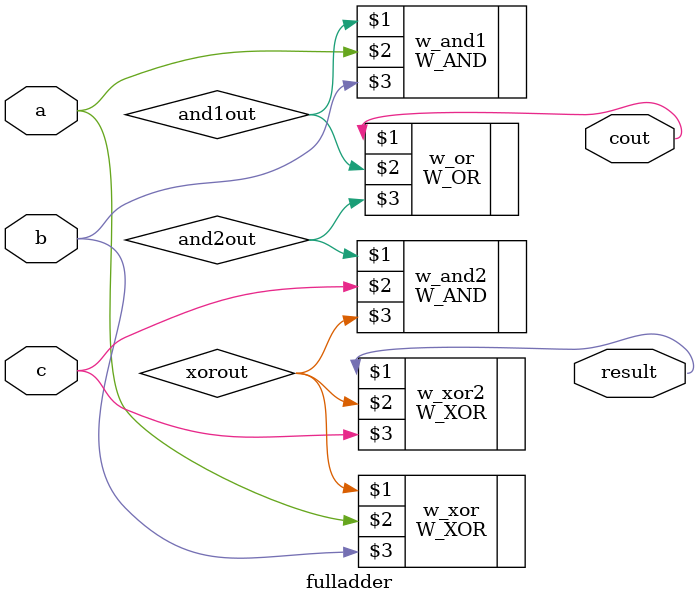
<source format=v>
module fulladder(input a, input b, input c, output result, output cout);
	wire xorout;
	wire and1out;
	wire and2out;
	
	W_XOR w_xor(xorout, a, b);
	W_XOR w_xor2(result, xorout, c);

	W_AND w_and1(and1out, a, b);
	W_AND w_and2(and2out, c, xorout);

	W_OR w_or(cout, and1out, and2out);
endmodule

</source>
